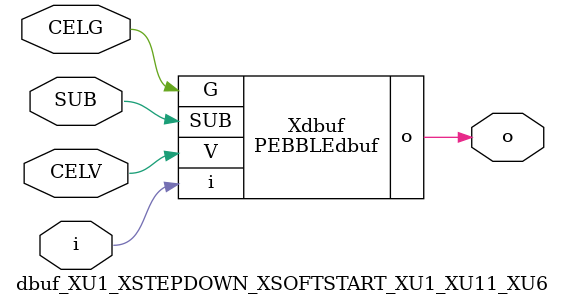
<source format=v>



module PEBBLEdbuf ( o, G, SUB, V, i );

  input V;
  input i;
  input G;
  output o;
  input SUB;
endmodule

//Celera Confidential Do Not Copy dbuf_XU1_XSTEPDOWN_XSOFTSTART_XU1_XU11_XU6
//Celera Confidential Symbol Generator
//Digital Buffer
module dbuf_XU1_XSTEPDOWN_XSOFTSTART_XU1_XU11_XU6 (CELV,CELG,i,o,SUB);
input CELV;
input CELG;
input i;
input SUB;
output o;

//Celera Confidential Do Not Copy dbuf
PEBBLEdbuf Xdbuf(
.V (CELV),
.i (i),
.o (o),
.SUB (SUB),
.G (CELG)
);
//,diesize,PEBBLEdbuf

//Celera Confidential Do Not Copy Module End
//Celera Schematic Generator
endmodule

</source>
